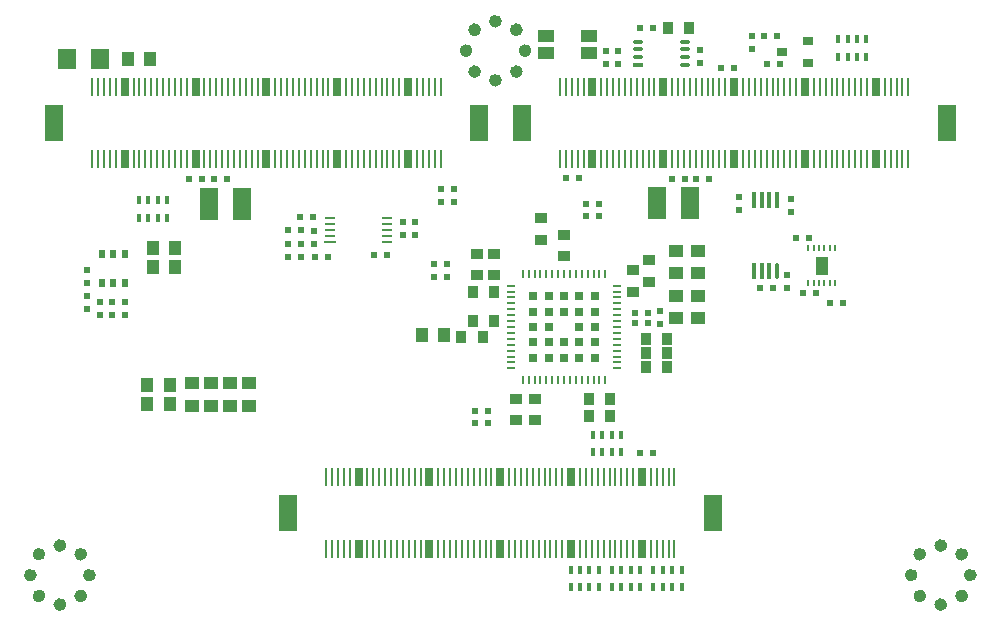
<source format=gbp>
G04 Layer_Color=128*
%FSLAX44Y44*%
%MOMM*%
G71*
G01*
G75*
%ADD10R,1.3000X1.0000*%
%ADD11R,1.0000X0.9000*%
%ADD12R,0.6000X0.6000*%
%ADD13R,1.0000X1.3000*%
%ADD22R,1.6000X1.8000*%
%ADD26R,1.6000X2.7000*%
%ADD27R,0.6000X0.6000*%
%ADD37R,0.9000X1.0000*%
%ADD60C,0.6000*%
%ADD91R,1.4000X1.0000*%
%ADD92R,0.4500X0.7000*%
%ADD95R,1.6000X3.1000*%
%ADD96R,0.9000X0.6500*%
%ADD97O,0.9500X0.3000*%
%ADD98R,0.9500X0.3000*%
%ADD99R,1.0000X0.2500*%
%ADD100O,1.0000X0.2500*%
%ADD101R,0.6000X0.8000*%
%ADD102O,0.2000X0.6000*%
%ADD104R,0.3000X1.4000*%
%ADD105O,0.3000X1.4000*%
%ADD106O,0.7000X0.2500*%
%ADD107O,0.2500X0.7000*%
%ADD209R,1.0160X1.5240*%
%ADD210R,0.7000X0.8000*%
%ADD211R,0.6400X1.5400*%
%ADD212R,0.2400X1.5400*%
D10*
X567000Y301500D02*
D03*
Y282500D02*
D03*
X549000Y263500D02*
D03*
Y282500D02*
D03*
Y301500D02*
D03*
Y282500D02*
D03*
Y263500D02*
D03*
Y244500D02*
D03*
X567000Y263500D02*
D03*
Y244500D02*
D03*
Y263500D02*
D03*
Y282500D02*
D03*
X155000Y170500D02*
D03*
Y189500D02*
D03*
X139000Y170500D02*
D03*
Y189500D02*
D03*
X187000Y170500D02*
D03*
Y189500D02*
D03*
X171000Y170500D02*
D03*
Y189500D02*
D03*
D11*
X454000Y297000D02*
D03*
Y315000D02*
D03*
X429000Y176000D02*
D03*
Y158000D02*
D03*
X512000Y267000D02*
D03*
Y285000D02*
D03*
X413000Y158000D02*
D03*
Y176000D02*
D03*
X434500Y329000D02*
D03*
Y311000D02*
D03*
X395000Y281000D02*
D03*
Y299000D02*
D03*
X525500Y293500D02*
D03*
Y275500D02*
D03*
X380500Y299000D02*
D03*
Y281000D02*
D03*
D12*
X535000Y239500D02*
D03*
Y250500D02*
D03*
X71500Y258500D02*
D03*
Y247500D02*
D03*
X50500Y263500D02*
D03*
Y252500D02*
D03*
X61000Y258500D02*
D03*
Y247500D02*
D03*
X82000D02*
D03*
Y258500D02*
D03*
X613000Y483500D02*
D03*
Y472500D02*
D03*
X500000Y471000D02*
D03*
Y460000D02*
D03*
X318000Y325500D02*
D03*
Y314500D02*
D03*
X328000Y314500D02*
D03*
Y325500D02*
D03*
X489500Y460000D02*
D03*
Y471000D02*
D03*
X569000Y460500D02*
D03*
Y471500D02*
D03*
X50500Y285500D02*
D03*
Y274500D02*
D03*
X642500Y270000D02*
D03*
Y281000D02*
D03*
X646500Y334529D02*
D03*
Y345529D02*
D03*
X602500Y347000D02*
D03*
Y336000D02*
D03*
X242000Y318500D02*
D03*
Y307500D02*
D03*
X344000Y290250D02*
D03*
Y279250D02*
D03*
X355000Y290250D02*
D03*
Y279250D02*
D03*
D13*
X352500Y230500D02*
D03*
X333500D02*
D03*
X84500Y464000D02*
D03*
X103500D02*
D03*
X106000Y304000D02*
D03*
X125000D02*
D03*
X106000Y288000D02*
D03*
X125000D02*
D03*
X120000Y187500D02*
D03*
X101000D02*
D03*
X120000Y171500D02*
D03*
X101000D02*
D03*
D22*
X33000Y464000D02*
D03*
X61000D02*
D03*
D26*
X153000Y341000D02*
D03*
X181000D02*
D03*
X561000Y342000D02*
D03*
X533000D02*
D03*
D27*
X136678Y362500D02*
D03*
X147678D02*
D03*
X630500Y269931D02*
D03*
X619500D02*
D03*
X483500Y331000D02*
D03*
X472500D02*
D03*
X483500Y341000D02*
D03*
X472500D02*
D03*
X220500Y307000D02*
D03*
X231500D02*
D03*
X634500Y483500D02*
D03*
X623500D02*
D03*
X467000Y363000D02*
D03*
X456000D02*
D03*
X529000Y490000D02*
D03*
X518000D02*
D03*
X293500Y298000D02*
D03*
X304500D02*
D03*
X514000Y249000D02*
D03*
X525000D02*
D03*
X545000Y362000D02*
D03*
X556000D02*
D03*
X577000D02*
D03*
X566000D02*
D03*
X168678Y362500D02*
D03*
X157678D02*
D03*
X525000Y240000D02*
D03*
X514000D02*
D03*
X361000Y354000D02*
D03*
X350000D02*
D03*
X379000Y165500D02*
D03*
X390000D02*
D03*
X361000Y342500D02*
D03*
X350000D02*
D03*
X636500Y460000D02*
D03*
X625500D02*
D03*
X679500Y256931D02*
D03*
X690500D02*
D03*
X661500Y312000D02*
D03*
X650500D02*
D03*
X667700Y265431D02*
D03*
X656700D02*
D03*
X597500Y456500D02*
D03*
X586500D02*
D03*
X379000Y155500D02*
D03*
X390000D02*
D03*
X230500Y330000D02*
D03*
X241500D02*
D03*
X243500Y296000D02*
D03*
X254500D02*
D03*
X231500D02*
D03*
X220500D02*
D03*
X231500Y319000D02*
D03*
X220500D02*
D03*
X518500Y129999D02*
D03*
X529500D02*
D03*
D37*
X395000Y242000D02*
D03*
X377000D02*
D03*
X395000Y267001D02*
D03*
X377000D02*
D03*
X542000Y490000D02*
D03*
X560000D02*
D03*
X523000Y227000D02*
D03*
X541000D02*
D03*
X367000Y228500D02*
D03*
X385000D02*
D03*
X493000Y176000D02*
D03*
X475000D02*
D03*
X541000Y203000D02*
D03*
X523000D02*
D03*
X493000Y162000D02*
D03*
X475000D02*
D03*
X541000Y215000D02*
D03*
X523000D02*
D03*
D60*
X29600Y2000D02*
G03*
X29600Y2000I-2500J0D01*
G01*
X11922Y9322D02*
G03*
X11922Y9322I-2500J0D01*
G01*
Y44678D02*
G03*
X11922Y44678I-2500J0D01*
G01*
X47278D02*
G03*
X47278Y44678I-2500J0D01*
G01*
X54600Y27000D02*
G03*
X54600Y27000I-2500J0D01*
G01*
X47278Y9322D02*
G03*
X47278Y9322I-2500J0D01*
G01*
X4600Y27000D02*
G03*
X4600Y27000I-2500J0D01*
G01*
X29600Y52000D02*
G03*
X29600Y52000I-2500J0D01*
G01*
X775400D02*
G03*
X775400Y52000I-2500J0D01*
G01*
X800400Y27000D02*
G03*
X800400Y27000I-2500J0D01*
G01*
X757722Y9322D02*
G03*
X757722Y9322I-2500J0D01*
G01*
X750400Y27000D02*
G03*
X750400Y27000I-2500J0D01*
G01*
X757722Y44678D02*
G03*
X757722Y44678I-2500J0D01*
G01*
X793078D02*
G03*
X793078Y44678I-2500J0D01*
G01*
Y9322D02*
G03*
X793078Y9322I-2500J0D01*
G01*
X775400Y2000D02*
G03*
X775400Y2000I-2500J0D01*
G01*
X398400Y446000D02*
G03*
X398400Y446000I-2500J0D01*
G01*
X416078Y453322D02*
G03*
X416078Y453322I-2500J0D01*
G01*
Y488678D02*
G03*
X416078Y488678I-2500J0D01*
G01*
X380722D02*
G03*
X380722Y488678I-2500J0D01*
G01*
X373400Y471000D02*
G03*
X373400Y471000I-2500J0D01*
G01*
X380722Y453322D02*
G03*
X380722Y453322I-2500J0D01*
G01*
X423400Y471000D02*
G03*
X423400Y471000I-2500J0D01*
G01*
X398400Y496000D02*
G03*
X398400Y496000I-2500J0D01*
G01*
D91*
X475000Y469000D02*
D03*
Y483000D02*
D03*
X439000D02*
D03*
Y469000D02*
D03*
D92*
X710000Y465500D02*
D03*
X702000D02*
D03*
X694000D02*
D03*
X686000D02*
D03*
X710000Y480500D02*
D03*
X702000D02*
D03*
X694000D02*
D03*
X686000D02*
D03*
X518500Y16500D02*
D03*
X510500D02*
D03*
X502500D02*
D03*
X494500D02*
D03*
X518500Y31500D02*
D03*
X510500D02*
D03*
X502500D02*
D03*
X494500D02*
D03*
X118000Y329500D02*
D03*
X110000D02*
D03*
X102000D02*
D03*
X94000D02*
D03*
X118000Y344500D02*
D03*
X110000D02*
D03*
X102000D02*
D03*
X94000D02*
D03*
X553500Y16500D02*
D03*
X545500D02*
D03*
X537500D02*
D03*
X529500D02*
D03*
X553500Y31500D02*
D03*
X545500D02*
D03*
X537500D02*
D03*
X529500D02*
D03*
X478500Y146000D02*
D03*
X486500D02*
D03*
X494500D02*
D03*
X502500D02*
D03*
X478500Y131000D02*
D03*
X486500D02*
D03*
X494500D02*
D03*
X502500D02*
D03*
X459500Y31500D02*
D03*
X467500D02*
D03*
X475500D02*
D03*
X483500D02*
D03*
X459500Y16500D02*
D03*
X467500D02*
D03*
X475500D02*
D03*
X483500D02*
D03*
D95*
X418000Y409500D02*
D03*
X778000D02*
D03*
X22000D02*
D03*
X382000D02*
D03*
X220000Y79500D02*
D03*
X580000D02*
D03*
D96*
X660500Y479500D02*
D03*
Y460500D02*
D03*
X638500Y470000D02*
D03*
D97*
X556721Y478721D02*
D03*
Y472221D02*
D03*
Y465721D02*
D03*
Y459221D02*
D03*
X516721Y478721D02*
D03*
Y472221D02*
D03*
Y465721D02*
D03*
D98*
Y459221D02*
D03*
D99*
X255500Y309000D02*
D03*
D100*
Y314000D02*
D03*
Y319000D02*
D03*
Y324000D02*
D03*
Y329000D02*
D03*
X304500Y309000D02*
D03*
Y314000D02*
D03*
Y319000D02*
D03*
Y324000D02*
D03*
Y329000D02*
D03*
D101*
X63000Y299000D02*
D03*
X82000D02*
D03*
X72500Y274000D02*
D03*
Y299000D02*
D03*
X63000Y274000D02*
D03*
X82000D02*
D03*
D102*
X683250Y274550D02*
D03*
Y303550D02*
D03*
X678750D02*
D03*
X674250D02*
D03*
X669750D02*
D03*
X665250D02*
D03*
X660750D02*
D03*
Y274550D02*
D03*
X665250D02*
D03*
X669750D02*
D03*
X674250D02*
D03*
X678750D02*
D03*
D104*
X634180Y344710D02*
D03*
X627680D02*
D03*
X621180D02*
D03*
X614680D02*
D03*
Y284710D02*
D03*
X621180D02*
D03*
X627680D02*
D03*
D105*
X634180D02*
D03*
D106*
X499000Y252000D02*
D03*
Y257000D02*
D03*
X409000Y202000D02*
D03*
Y207000D02*
D03*
Y212000D02*
D03*
Y217000D02*
D03*
Y222000D02*
D03*
Y227000D02*
D03*
Y232000D02*
D03*
Y237000D02*
D03*
Y242000D02*
D03*
Y247000D02*
D03*
Y252000D02*
D03*
Y257000D02*
D03*
Y262000D02*
D03*
Y267000D02*
D03*
Y272000D02*
D03*
X499000Y272000D02*
D03*
Y267000D02*
D03*
Y262000D02*
D03*
Y247000D02*
D03*
Y242000D02*
D03*
Y237000D02*
D03*
Y232000D02*
D03*
Y227000D02*
D03*
Y222000D02*
D03*
Y217000D02*
D03*
Y212000D02*
D03*
Y207000D02*
D03*
Y202000D02*
D03*
D107*
X489000Y192000D02*
D03*
X484000D02*
D03*
X479000D02*
D03*
X474000D02*
D03*
X469000D02*
D03*
X464000D02*
D03*
X459000D02*
D03*
X454000D02*
D03*
X449000D02*
D03*
X444000D02*
D03*
X439000D02*
D03*
X434000D02*
D03*
X429000D02*
D03*
X424000D02*
D03*
X419000D02*
D03*
X419000Y282000D02*
D03*
X424000D02*
D03*
X429000D02*
D03*
X434000D02*
D03*
X439000D02*
D03*
X444000D02*
D03*
X449000D02*
D03*
X454000D02*
D03*
X459000D02*
D03*
X464000D02*
D03*
X469000D02*
D03*
X474000D02*
D03*
X479000D02*
D03*
X484000D02*
D03*
X489000D02*
D03*
D209*
X672000Y289047D02*
D03*
D210*
X467000Y237003D02*
D03*
X428000D02*
D03*
X441000Y250003D02*
D03*
X454000D02*
D03*
Y211003D02*
D03*
X441000D02*
D03*
X480000D02*
D03*
Y250003D02*
D03*
X467000Y262997D02*
D03*
X428000D02*
D03*
Y223997D02*
D03*
X467000D02*
D03*
X428000Y249997D02*
D03*
X441000Y237003D02*
D03*
X480000D02*
D03*
Y224003D02*
D03*
X428000Y210997D02*
D03*
X467000D02*
D03*
X441000Y224003D02*
D03*
X454000D02*
D03*
X441000Y263003D02*
D03*
X454000D02*
D03*
X480000D02*
D03*
X467000Y249997D02*
D03*
D211*
X520000Y49000D02*
D03*
X460000D02*
D03*
X400000D02*
D03*
X340000D02*
D03*
X280000D02*
D03*
Y110000D02*
D03*
X340000D02*
D03*
X400000D02*
D03*
X460000D02*
D03*
X520000D02*
D03*
X322000Y379000D02*
D03*
X262000D02*
D03*
X202000D02*
D03*
X142000D02*
D03*
X82000D02*
D03*
X82000Y440000D02*
D03*
X142000D02*
D03*
X202000D02*
D03*
X262000D02*
D03*
X322000D02*
D03*
X658000Y379000D02*
D03*
X598000D02*
D03*
X538000D02*
D03*
X478000D02*
D03*
Y440000D02*
D03*
X538000D02*
D03*
X598000D02*
D03*
X658000D02*
D03*
X718000D02*
D03*
X718000Y379000D02*
D03*
D212*
X349500D02*
D03*
X344500D02*
D03*
X339500D02*
D03*
X334500D02*
D03*
X329500D02*
D03*
X314500D02*
D03*
X309500D02*
D03*
X304500D02*
D03*
X299500D02*
D03*
X294500D02*
D03*
X289500D02*
D03*
X284500D02*
D03*
X279500D02*
D03*
X274500D02*
D03*
X269500D02*
D03*
X254500D02*
D03*
X249500D02*
D03*
X244500D02*
D03*
X239500D02*
D03*
X234500D02*
D03*
X229500D02*
D03*
X224500D02*
D03*
X219500D02*
D03*
X214500D02*
D03*
X209500D02*
D03*
X194500D02*
D03*
X189500D02*
D03*
X184500D02*
D03*
X179500D02*
D03*
X174500D02*
D03*
X169500D02*
D03*
X164500D02*
D03*
X159500D02*
D03*
X154500D02*
D03*
X149500D02*
D03*
X134500D02*
D03*
X129500D02*
D03*
X124500D02*
D03*
X119500D02*
D03*
X114500D02*
D03*
X109500D02*
D03*
X104500D02*
D03*
X99500D02*
D03*
X94500D02*
D03*
X89500D02*
D03*
X74500Y379000D02*
D03*
X69500D02*
D03*
X64500D02*
D03*
X59500D02*
D03*
X54500Y379000D02*
D03*
X54500Y440000D02*
D03*
X59500D02*
D03*
X64500D02*
D03*
X69500D02*
D03*
X74500D02*
D03*
X89500D02*
D03*
X94500D02*
D03*
X99500D02*
D03*
X104500D02*
D03*
X109500D02*
D03*
X114500D02*
D03*
X119500D02*
D03*
X124500D02*
D03*
X129500D02*
D03*
X134500D02*
D03*
X149500D02*
D03*
X154500D02*
D03*
X159500D02*
D03*
X164500D02*
D03*
X169500D02*
D03*
X174500D02*
D03*
X179500D02*
D03*
X184500D02*
D03*
X189500D02*
D03*
X194500D02*
D03*
X209500D02*
D03*
X214500D02*
D03*
X219500D02*
D03*
X224500D02*
D03*
X229500D02*
D03*
X234500D02*
D03*
X239500D02*
D03*
X244500D02*
D03*
X249500D02*
D03*
X254500D02*
D03*
X269500D02*
D03*
X274500D02*
D03*
X279500D02*
D03*
X284500D02*
D03*
X289500D02*
D03*
X294500D02*
D03*
X299500D02*
D03*
X304500D02*
D03*
X309500D02*
D03*
X314500D02*
D03*
X329500D02*
D03*
X334500D02*
D03*
X339500D02*
D03*
X344500D02*
D03*
X349500D02*
D03*
X710500D02*
D03*
X725500D02*
D03*
X730500D02*
D03*
X735500D02*
D03*
X740500D02*
D03*
X745500D02*
D03*
X710500Y379000D02*
D03*
X725500D02*
D03*
X730500D02*
D03*
X735500D02*
D03*
X740500D02*
D03*
X745500D02*
D03*
X705500Y440000D02*
D03*
X700500D02*
D03*
X695500D02*
D03*
X690500D02*
D03*
X685500D02*
D03*
X680500D02*
D03*
X675500D02*
D03*
X670500D02*
D03*
X665500D02*
D03*
X650500D02*
D03*
X645500D02*
D03*
X640500D02*
D03*
X635500D02*
D03*
X630500D02*
D03*
X625500D02*
D03*
X620500D02*
D03*
X615500D02*
D03*
X610500D02*
D03*
X605500D02*
D03*
X590500D02*
D03*
X585500D02*
D03*
X580500D02*
D03*
X575500D02*
D03*
X570500D02*
D03*
X565500D02*
D03*
X560500D02*
D03*
X555500D02*
D03*
X550500D02*
D03*
X545500D02*
D03*
X530500D02*
D03*
X525500D02*
D03*
X520500D02*
D03*
X515500D02*
D03*
X510500D02*
D03*
X505500D02*
D03*
X500500D02*
D03*
X495500D02*
D03*
X490500D02*
D03*
X485500D02*
D03*
X470500D02*
D03*
X465500D02*
D03*
X460500D02*
D03*
X455500D02*
D03*
X450500D02*
D03*
X705500Y379000D02*
D03*
X700500D02*
D03*
X695500D02*
D03*
X690500D02*
D03*
X685500D02*
D03*
X680500D02*
D03*
X675500D02*
D03*
X670500D02*
D03*
X665500D02*
D03*
X650500D02*
D03*
X645500D02*
D03*
X640500D02*
D03*
X635500D02*
D03*
X630500D02*
D03*
X625500D02*
D03*
X620500D02*
D03*
X615500D02*
D03*
X610500D02*
D03*
X605500D02*
D03*
X585500D02*
D03*
X580500D02*
D03*
X575500D02*
D03*
X570500D02*
D03*
X565500D02*
D03*
X560500D02*
D03*
X555500D02*
D03*
X550500D02*
D03*
X545500D02*
D03*
X530500D02*
D03*
X525500D02*
D03*
X520500D02*
D03*
X515500D02*
D03*
X510500D02*
D03*
X505500D02*
D03*
X500500D02*
D03*
X495500D02*
D03*
X490500D02*
D03*
X485500D02*
D03*
X470500D02*
D03*
X465500D02*
D03*
X460500D02*
D03*
X455500D02*
D03*
X450500D02*
D03*
X590500D02*
D03*
X547500Y110000D02*
D03*
X542500D02*
D03*
X537500D02*
D03*
X532500D02*
D03*
X527500D02*
D03*
X512500D02*
D03*
X507500D02*
D03*
X502500D02*
D03*
X497500D02*
D03*
X492500D02*
D03*
X487500D02*
D03*
X482500D02*
D03*
X477500D02*
D03*
X472500D02*
D03*
X467500D02*
D03*
X452500D02*
D03*
X447500D02*
D03*
X442500D02*
D03*
X437500D02*
D03*
X432500D02*
D03*
X427500D02*
D03*
X422500D02*
D03*
X417500D02*
D03*
X412500D02*
D03*
X407500D02*
D03*
X392500D02*
D03*
X387500D02*
D03*
X382500D02*
D03*
X377500D02*
D03*
X372500D02*
D03*
X367500D02*
D03*
X362500D02*
D03*
X357500D02*
D03*
X352500D02*
D03*
X347500D02*
D03*
X332500D02*
D03*
X327500D02*
D03*
X322500D02*
D03*
X317500D02*
D03*
X312500D02*
D03*
X307500D02*
D03*
X302500D02*
D03*
X297500D02*
D03*
X292500D02*
D03*
X287500D02*
D03*
X272500D02*
D03*
X267500D02*
D03*
X262500D02*
D03*
X257500D02*
D03*
X252500D02*
D03*
X252500Y49000D02*
D03*
X257500D02*
D03*
X262500D02*
D03*
X267500D02*
D03*
X272500D02*
D03*
X287500Y49000D02*
D03*
X292500D02*
D03*
X297500D02*
D03*
X302500D02*
D03*
X307500D02*
D03*
X312500D02*
D03*
X317500D02*
D03*
X322500D02*
D03*
X327500D02*
D03*
X332500D02*
D03*
X347500Y49000D02*
D03*
X352500D02*
D03*
X357500D02*
D03*
X362500D02*
D03*
X367500D02*
D03*
X372500D02*
D03*
X377500D02*
D03*
X382500D02*
D03*
X387500D02*
D03*
X392500D02*
D03*
X407500D02*
D03*
X412500D02*
D03*
X417500D02*
D03*
X422500D02*
D03*
X427500D02*
D03*
X432500D02*
D03*
X437500D02*
D03*
X442500D02*
D03*
X447500D02*
D03*
X452500D02*
D03*
X467500Y49000D02*
D03*
X472500D02*
D03*
X477500D02*
D03*
X482500D02*
D03*
X487500D02*
D03*
X492500D02*
D03*
X497500D02*
D03*
X502500D02*
D03*
X507500D02*
D03*
X512500D02*
D03*
X527500Y49000D02*
D03*
X532500D02*
D03*
X537500D02*
D03*
X542500D02*
D03*
X547500D02*
D03*
M02*

</source>
